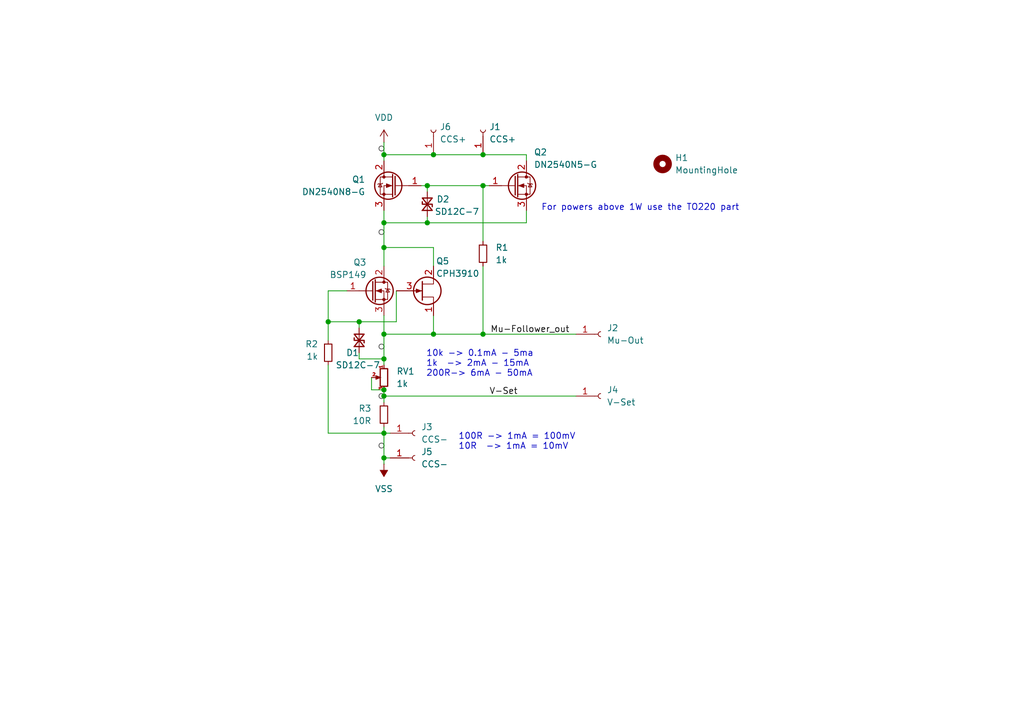
<source format=kicad_sch>
(kicad_sch (version 20250114) (generator "eeschema") (generator_version "9.0")
  (paper "A5")
  (title_block (title "High Voltage CCS") (date "2025-02-27") (rev "2.0") (company "C-Audio") (comment 1 "Enhancements in Layout, ease of use and practicability"))
  (lib_symbols
    (symbol "Connector:Conn_01x01_Socket" (pin_names (offset 1.016) (hide yes))
      (property "Reference" "J" (at 0 2.54 0))
      (property "Value" "Conn_01x01_Socket" (at 0 -2.54 0))
      (symbol "Conn_01x01_Socket_1_1"
        (polyline (pts (xy -1.27 0) (xy -0.508 0)) (stroke (width 0.1524)))
        (arc (start 0 -0.508) (mid -0.5058 0) (end 0 0.508) (stroke (width 0.1524)))
        (pin passive line (at -5.08 0 0) (length 3.81) (name "Pin_1") (number "1"))
      )
    )
    (symbol "Device:D_TVS_Small" (pin_numbers (hide yes)) (pin_names (offset 1.016) (hide yes))
      (property "Reference" "D" (at 0 2.54 0))
      (property "Value" "D_TVS_Small" (at 0 -2.54 0))
      (symbol "D_TVS_Small_0_1"
        (polyline (pts (xy -1.27 1.016) (xy -1.27 -1.016) (xy 1.27 1.016) (xy 1.27 -1.016) (xy -1.27 1.016)) (stroke (width 0.254)))
        (polyline (pts (xy -1.27 0) (xy 1.27 0)))
        (polyline (pts (xy 0.508 1.016) (xy 0 1.016) (xy 0 -1.016) (xy -0.508 -1.016)) (stroke (width 0.254)))
      )
      (symbol "D_TVS_Small_1_1"
        (pin passive line (at -2.54 0 0) (length 1.27) (name "A1") (number "1"))
        (pin passive line (at 2.54 0 180) (length 1.27) (name "A2") (number "2"))
      )
    )
    (symbol "Device:Q_NJFET_SDG" (pin_names (offset 0) (hide yes))
      (property "Reference" "Q" (at 5.08 1.27 0))
      (property "Value" "Q_NJFET_SDG" (at 5.08 -1.27 0))
      (symbol "Q_NJFET_SDG_0_1"
        (polyline (pts (xy 0 0) (xy -1.016 0.381) (xy -1.016 -0.381) (xy 0 0)) (fill (type outline)))
        (polyline (pts (xy 0.254 1.905) (xy 0.254 -1.905) (xy 0.254 -1.905)) (stroke (width 0.254)))
        (circle (center 1.27 0) (radius 2.8194) (stroke (width 0.254)))
        (polyline (pts (xy 2.54 2.54) (xy 2.54 1.397) (xy 0.254 1.397)))
        (polyline (pts (xy 2.54 -2.54) (xy 2.54 -1.27) (xy 0.254 -1.27)))
      )
      (symbol "Q_NJFET_SDG_1_1"
        (pin input line (at -5.08 0 0) (length 5.334) (name "G") (number "3"))
        (pin passive line (at 2.54 5.08 270) (length 2.54) (name "D") (number "2"))
        (pin passive line (at 2.54 -5.08 90) (length 2.54) (name "S") (number "1"))
      )
    )
    (symbol "Device:R_Potentiometer_Small" (pin_names (offset 1.016) (hide yes))
      (property "Reference" "RV" (at -4.445 0 90))
      (property "Value" "R_Potentiometer_Small" (at -2.54 0 90))
      (symbol "R_Potentiometer_Small_0_1"
        (rectangle (start 0.762 1.8034) (end -0.762 -1.8034) (stroke (width 0.254)))
        (polyline (pts (xy 0.889 0) (xy 0.635 0) (xy 1.651 0.381) (xy 1.651 -0.381) (xy 0.635 0) (xy 0.889 0)) (fill (type outline)))
      )
      (symbol "R_Potentiometer_Small_1_1"
        (pin passive line (at 0 2.54 270) (length 0.635) (name "1") (number "1"))
        (pin passive line (at 0 -2.54 90) (length 0.635) (name "3") (number "3"))
        (pin passive line (at 2.54 0 180) (length 0.9906) (name "2") (number "2"))
      )
    )
    (symbol "Device:R_Small" (pin_numbers (hide yes)) (pin_names (offset 0.254) (hide yes))
      (property "Reference" "R" (at 0.762 0.508 0))
      (property "Value" "R_Small" (at 0.762 -1.016 0))
      (symbol "R_Small_0_1"
        (rectangle (start -0.762 1.778) (end 0.762 -1.778) (stroke (width 0.2032)))
      )
      (symbol "R_Small_1_1"
        (pin passive line (at 0 2.54 270) (length 0.762) (name "~") (number "1"))
        (pin passive line (at 0 -2.54 90) (length 0.762) (name "~") (number "2"))
      )
    )
    (symbol "Mechanical:MountingHole" (pin_names (offset 1.016)) (exclude_from_sim yes) (in_bom no)
      (property "Reference" "H" (at 0 5.08 0))
      (property "Value" "MountingHole" (at 0 3.175 0))
      (symbol "MountingHole_0_1"
        (circle (center 0 0) (radius 1.27) (stroke (width 1.27)))
      )
    )
    (symbol "Transistor_FET_Other:DN2540N5-G" (pin_names (offset 0) (hide yes))
      (property "Reference" "Q" (at 5.08 1.905 0))
      (property "Value" "DN2540N5-G" (at 5.08 0 0))
      (symbol "DN2540N5-G_0_1"
        (polyline (pts (xy 0.254 1.905) (xy 0.254 -1.905)) (stroke (width 0.254)))
        (polyline (pts (xy 0.254 0) (xy -2.54 0)))
        (polyline (pts (xy 0.762 2.286) (xy 0.762 -2.286)) (stroke (width 0.254)))
        (polyline (pts (xy 0.762 -1.778) (xy 3.302 -1.778) (xy 3.302 1.778) (xy 0.762 1.778)))
        (polyline (pts (xy 1.016 0) (xy 2.032 0.381) (xy 2.032 -0.381) (xy 1.016 0)) (fill (type outline)))
        (circle (center 1.651 0) (radius 2.794) (stroke (width 0.254)))
        (polyline (pts (xy 2.54 2.54) (xy 2.54 1.778)))
        (circle (center 2.54 1.778) (radius 0.254) (fill (type outline)))
        (circle (center 2.54 -1.778) (radius 0.254) (fill (type outline)))
        (polyline (pts (xy 2.54 -2.54) (xy 2.54 0) (xy 0.762 0)))
        (polyline (pts (xy 2.794 0.508) (xy 2.921 0.381) (xy 3.683 0.381) (xy 3.81 0.254)))
        (polyline (pts (xy 3.302 0.381) (xy 2.921 -0.254) (xy 3.683 -0.254) (xy 3.302 0.381)))
      )
      (symbol "DN2540N5-G_1_1"
        (pin input line (at -5.08 0 0) (length 2.54) (name "G") (number "1"))
        (pin passive line (at 2.54 5.08 270) (length 2.54) (name "D") (number "2"))
        (pin passive line (at 2.54 -5.08 90) (length 2.54) (name "S") (number "3"))
      )
    )
    (symbol "Transistor_FET_Other:DN2540N8-G" (pin_names (offset 0) (hide yes))
      (property "Reference" "Q" (at 5.08 1.905 0))
      (property "Value" "DN2540N8-G" (at 5.08 0 0))
      (symbol "DN2540N8-G_0_1"
        (polyline (pts (xy 0.254 1.905) (xy 0.254 -1.905)) (stroke (width 0.254)))
        (polyline (pts (xy 0.254 0) (xy -2.54 0)))
        (polyline (pts (xy 0.762 2.286) (xy 0.762 -2.286)) (stroke (width 0.254)))
        (polyline (pts (xy 0.762 -1.778) (xy 3.302 -1.778) (xy 3.302 1.778) (xy 0.762 1.778)))
        (polyline (pts (xy 1.016 0) (xy 2.032 0.381) (xy 2.032 -0.381) (xy 1.016 0)) (fill (type outline)))
        (circle (center 1.651 0) (radius 2.794) (stroke (width 0.254)))
        (polyline (pts (xy 2.54 2.54) (xy 2.54 1.778)))
        (circle (center 2.54 1.778) (radius 0.254) (fill (type outline)))
        (circle (center 2.54 -1.778) (radius 0.254) (fill (type outline)))
        (polyline (pts (xy 2.54 -2.54) (xy 2.54 0) (xy 0.762 0)))
        (polyline (pts (xy 2.794 0.508) (xy 2.921 0.381) (xy 3.683 0.381) (xy 3.81 0.254)))
        (polyline (pts (xy 3.302 0.381) (xy 2.921 -0.254) (xy 3.683 -0.254) (xy 3.302 0.381)))
      )
      (symbol "DN2540N8-G_1_1"
        (pin input line (at -5.08 0 0) (length 2.54) (name "G") (number "1"))
        (pin passive line (at 2.54 5.08 270) (length 2.54) (name "D") (number "2"))
        (pin passive line (at 2.54 -5.08 90) (length 2.54) (name "S") (number "3"))
      )
    )
    (symbol "power:VDD" (power) (pin_numbers (hide yes)) (pin_names (offset 0) (hide yes))
      (property "Value" "VDD" (at 0 3.556 0))
      (symbol "VDD_0_1"
        (polyline (pts (xy -0.762 1.27) (xy 0 2.54)))
        (polyline (pts (xy 0 2.54) (xy 0.762 1.27)))
        (polyline (pts (xy 0 0) (xy 0 2.54)))
      )
      (symbol "VDD_1_1"
        (pin power_in line (at 0 0 90) (length 0) (name "~") (number "1"))
      )
    )
    (symbol "power:VSS" (power) (pin_numbers (hide yes)) (pin_names (offset 0) (hide yes))
      (property "Value" "VSS" (at 0 3.556 0))
      (symbol "VSS_0_1"
        (polyline (pts (xy 0 0) (xy 0 2.54)))
        (polyline (pts (xy 0.762 1.27) (xy -0.762 1.27) (xy 0 2.54) (xy 0.762 1.27)) (fill (type outline)))
      )
      (symbol "VSS_1_1"
        (pin power_in line (at 0 0 90) (length 0) (name "~") (number "1"))
      )
    )
  )
  (text "10k -> 0.1mA - 5ma\n1k  -> 2mA - 15mA\n200R-> 6mA - 50mA" (at 87.376 74.676 0) (effects (font (size 1.27 1.27)) (justify left)))
  (text "For powers above 1W use the TO220 part" (at 131.318 42.672 0) (effects (font (size 1.27 1.27))))
  (text "100R -> 1mA = 100mV\n10R  -> 1mA = 10mV" (at 93.98 90.678 0) (effects (font (size 1.27 1.27)) (justify left)))
  (junction (at 78.74 93.98))
  (junction (at 78.74 68.58))
  (junction (at 99.06 68.58))
  (junction (at 88.9 31.75))
  (junction (at 78.74 31.75))
  (junction (at 78.74 81.28))
  (junction (at 78.74 80.01))
  (junction (at 78.74 50.8))
  (junction (at 73.66 66.04))
  (junction (at 78.74 45.72))
  (junction (at 87.63 45.72))
  (junction (at 78.74 88.9))
  (junction (at 87.63 38.1))
  (junction (at 99.06 38.1))
  (junction (at 67.31 66.04))
  (junction (at 99.06 31.75))
  (junction (at 88.9 68.58))
  (junction (at 78.74 73.66))
  (wire (pts (xy 88.9 31.75) (xy 99.06 31.75)))
  (wire (pts (xy 78.74 50.8) (xy 78.74 54.61)))
  (wire (pts (xy 78.74 31.75) (xy 88.9 31.75)))
  (wire (pts (xy 87.63 45.72) (xy 107.95 45.72)))
  (wire (pts (xy 99.06 54.61) (xy 99.06 68.58)))
  (wire (pts (xy 78.74 45.72) (xy 78.74 43.18)))
  (wire (pts (xy 78.74 31.75) (xy 78.74 33.02)))
  (wire (pts (xy 80.01 93.98) (xy 78.74 93.98)))
  (wire (pts (xy 78.74 93.98) (xy 78.74 88.9)))
  (wire (pts (xy 99.06 38.1) (xy 99.06 49.53)))
  (wire (pts (xy 78.74 68.58) (xy 78.74 73.66)))
  (wire (pts (xy 67.31 66.04) (xy 73.66 66.04)))
  (wire (pts (xy 71.12 59.69) (xy 67.31 59.69)))
  (wire (pts (xy 78.74 45.72) (xy 87.63 45.72)))
  (wire (pts (xy 80.01 88.9) (xy 78.74 88.9)))
  (wire (pts (xy 78.74 87.63) (xy 78.74 88.9)))
  (wire (pts (xy 76.2 80.01) (xy 78.74 80.01)))
  (wire (pts (xy 87.63 38.1) (xy 99.06 38.1)))
  (wire (pts (xy 73.66 73.66) (xy 73.66 72.39)))
  (wire (pts (xy 78.74 95.25) (xy 78.74 93.98)))
  (wire (pts (xy 78.74 81.28) (xy 78.74 82.55)))
  (wire (pts (xy 73.66 73.66) (xy 78.74 73.66)))
  (wire (pts (xy 87.63 44.45) (xy 87.63 45.72)))
  (wire (pts (xy 78.74 68.58) (xy 88.9 68.58)))
  (wire (pts (xy 88.9 50.8) (xy 88.9 54.61)))
  (wire (pts (xy 81.28 59.69) (xy 81.28 66.04)))
  (wire (pts (xy 67.31 66.04) (xy 67.31 69.85)))
  (wire (pts (xy 78.74 88.9) (xy 67.31 88.9)))
  (wire (pts (xy 99.06 68.58) (xy 118.11 68.58)))
  (wire (pts (xy 88.9 68.58) (xy 99.06 68.58)))
  (wire (pts (xy 73.66 67.31) (xy 73.66 66.04)))
  (wire (pts (xy 78.74 45.72) (xy 78.74 50.8)))
  (wire (pts (xy 78.74 73.66) (xy 78.74 74.93)))
  (wire (pts (xy 87.63 39.37) (xy 87.63 38.1)))
  (wire (pts (xy 78.74 64.77) (xy 78.74 68.58)))
  (wire (pts (xy 78.74 29.21) (xy 78.74 31.75)))
  (wire (pts (xy 67.31 74.93) (xy 67.31 88.9)))
  (wire (pts (xy 88.9 64.77) (xy 88.9 68.58)))
  (wire (pts (xy 86.36 38.1) (xy 87.63 38.1)))
  (wire (pts (xy 78.74 80.01) (xy 78.74 81.28)))
  (wire (pts (xy 76.2 77.47) (xy 76.2 80.01)))
  (wire (pts (xy 99.06 38.1) (xy 100.33 38.1)))
  (wire (pts (xy 78.74 81.28) (xy 118.11 81.28)))
  (wire (pts (xy 107.95 45.72) (xy 107.95 43.18)))
  (wire (pts (xy 78.74 50.8) (xy 88.9 50.8)))
  (wire (pts (xy 67.31 59.69) (xy 67.31 66.04)))
  (wire (pts (xy 81.28 66.04) (xy 73.66 66.04)))
  (wire (pts (xy 107.95 33.02) (xy 107.95 31.75)))
  (wire (pts (xy 99.06 31.75) (xy 107.95 31.75)))
  (label "Mu-Follower_out" (at 116.84 68.58 180))
  (label "V-Set" (at 100.33 81.28 0))
  (netclass_flag "" (length 0.508) (shape round) (at 78.74 91.44 90) (property "Netclass" "PWR-Path" (effects (hide yes))))
  (netclass_flag "" (length 0.508) (shape round) (at 78.74 47.625 90) (property "Netclass" "PWR-Path" (effects (hide yes))))
  (netclass_flag "" (length 0.508) (shape round) (at 78.74 71.12 90) (property "Netclass" "PWR-Path" (effects (hide yes))))
  (netclass_flag "" (length 0.508) (shape round) (at 78.74 81.28 90) (property "Netclass" "PWR-Path" (effects (hide yes))))
  (netclass_flag "" (length 0.508) (shape round) (at 78.74 30.48 90) (property "Netclass" "PWR-Path" (effects (hide yes))))
  (symbol (lib_id "Connector:Conn_01x01_Socket") (at 85.09 88.9 0) (unit 1)
    (property "Reference" "J3" (at 86.36 87.6299 0) (effects (justify left)))
    (property "Value" "CCS-" (at 86.36 90.1699 0) (effects (justify left)))
    (property "Footprint" "Connector_Pin:Pin_D1.3mm_L11.0mm" (effects (hide yes)))
    (property "Description" "Generic connector, single row, 01x01, script generated" (effects (hide yes)))
  )
  (symbol (lib_id "Device:D_TVS_Small") (at 87.63 41.91 90) (unit 1)
    (property "Reference" "D2" (at 92.202 40.894 90) (effects (justify left)))
    (property "Value" "SD12C-7" (at 98.298 43.434 90) (effects (justify left)))
    (property "Footprint" "Diode_SMD:D_SOD-323_HandSoldering" (effects (hide yes)))
    (property "Datasheet" "https://www.mouser.de/datasheet/2/115/DIOD_S_A0009691744_1-2543273.pdf" (effects (hide yes)))
    (property "Description" "Bidirectional transient-voltage-suppression diode, small symbol" (effects (hide yes)))
    (property "Mouser URL" "https://www.mouser.de/ProductDetail/621-SD12C-7" (effects (hide yes)))
    (property "Mouser Nr." " 621-SD12C-7 " (effects (hide yes)))
  )
  (symbol (lib_id "Transistor_FET_Other:DN2540N8-G") (at 76.2 59.69 0) (unit 1)
    (property "Reference" "Q3" (at 75.184 53.848 0) (effects (justify right)))
    (property "Value" "BSP149" (at 75.184 56.388 0) (effects (justify right)))
    (property "Footprint" "Package_TO_SOT_SMD:SOT-89-3" (effects (hide yes)))
    (property "Datasheet" "https://www.mouser.de/datasheet/2/196/Infineon_BSP149_DS_v02_01_en-1226393.pdf" (effects (hide yes)))
    (property "Description" "MOSFETs N-Ch 200V 660mA SOT-223-3" (effects (hide yes)))
    (property "Mouser-Nr." "DN2540N8-G " (effects (hide yes)))
    (property "Mouser URL" "https://www.mouser.de/ProductDetail/Infineon-Technologies/BSP149H6327XTSA1?qs=LqwxS8kK3At81Far7yrPeQ%3D%3D" (effects (hide yes)))
    (property "Mouser Nr." " 726-BSP149H6327XTSA1 " (effects (hide yes)))
  )
  (symbol (lib_id "Connector:Conn_01x01_Socket") (at 123.19 81.28 0) (unit 1)
    (property "Reference" "J4" (at 124.46 80.0099 0) (effects (justify left)))
    (property "Value" "V-Set" (at 124.46 82.5499 0) (effects (justify left)))
    (property "Footprint" "Connector_Pin:Pin_D1.3mm_L11.0mm" (effects (hide yes)))
    (property "Description" "Generic connector, single row, 01x01, script generated" (effects (hide yes)))
  )
  (symbol (lib_id "power:VSS") (at 78.74 95.25 180) (unit 1)
    (property "Reference" "#PWR03" (effects (hide yes)))
    (property "Value" "VSS" (at 78.74 100.33 0))
    (property "Description" "Power symbol creates a global label with name \"VSS\"" (effects (hide yes)))
  )
  (symbol (lib_id "Device:R_Small") (at 67.31 72.39 0) (mirror y) (unit 1)
    (property "Reference" "R2" (at 65.278 70.612 0) (effects (justify left)))
    (property "Value" "1k" (at 65.278 73.152 0) (effects (justify left)))
    (property "Footprint" "Resistor_SMD:R_0805_2012Metric_Pad1.20x1.40mm_HandSolder" (effects (hide yes)))
    (property "Description" "Resistor, small symbol" (effects (hide yes)))
    (property "Mouser-Nr." "603-RE0805FRE07330RL" (effects (hide yes)))
  )
  (symbol (lib_id "Mechanical:MountingHole") (at 135.89 33.655 0) (unit 1) (exclude_from_sim yes) (in_bom no)
    (property "Reference" "H1" (at 138.43 32.3849 0) (effects (justify left)))
    (property "Value" "MountingHole" (at 138.43 34.9249 0) (effects (justify left)))
    (property "Footprint" "MountingHole:MountingHole_3.5mm" (effects (hide yes)))
    (property "Description" "Mounting Hole without connection" (effects (hide yes)))
  )
  (symbol (lib_id "Connector:Conn_01x01_Socket") (at 99.06 26.67 90) (unit 1)
    (property "Reference" "J1" (at 100.33 26.0349 90) (effects (justify right)))
    (property "Value" "CCS+" (at 100.33 28.5749 90) (effects (justify right)))
    (property "Footprint" "Connector_Pin:Pin_D1.3mm_L11.0mm" (effects (hide yes)))
    (property "Description" "Generic connector, single row, 01x01, script generated" (effects (hide yes)))
  )
  (symbol (lib_id "Transistor_FET_Other:DN2540N8-G") (at 81.28 38.1 0) (mirror y) (unit 1)
    (property "Reference" "Q1" (at 74.93 36.8299 0) (effects (justify left)))
    (property "Value" "DN2540N8-G" (at 74.93 39.3699 0) (effects (justify left)))
    (property "Footprint" "Package_TO_SOT_SMD:SOT-89-3" (effects (hide yes)))
    (property "Datasheet" "https://ww1.microchip.com/downloads/en/DeviceDoc/DN2540%20B060313.pdf" (effects (hide yes)))
    (property "Description" "150mA Ids, 400 Vds, Depletion-mode N-channel MOSFET, SOT-89" (effects (hide yes)))
    (property "Mouser-Nr." "DN2540N8-G " (effects (hide yes)))
  )
  (symbol (lib_id "Connector:Conn_01x01_Socket") (at 85.09 93.98 0) (unit 1)
    (property "Reference" "J5" (at 86.36 92.7099 0) (effects (justify left)))
    (property "Value" "CCS-" (at 86.36 95.2499 0) (effects (justify left)))
    (property "Footprint" "Connector_Pin:Pin_D1.3mm_L11.0mm" (effects (hide yes)))
    (property "Description" "Generic connector, single row, 01x01, script generated" (effects (hide yes)))
  )
  (symbol (lib_id "Device:D_TVS_Small") (at 73.66 69.85 90) (unit 1)
    (property "Reference" "D1" (at 73.66 72.39 90) (effects (justify left)))
    (property "Value" "SD12C-7" (at 77.978 74.93 90) (effects (justify left)))
    (property "Footprint" "Diode_SMD:D_SOD-323_HandSoldering" (effects (hide yes)))
    (property "Datasheet" "https://www.mouser.de/datasheet/2/115/DIOD_S_A0009691744_1-2543273.pdf" (effects (hide yes)))
    (property "Description" "Bidirectional transient-voltage-suppression diode, small symbol" (effects (hide yes)))
    (property "Mouser URL" "https://www.mouser.de/ProductDetail/621-SD12C-7" (effects (hide yes)))
    (property "Mouser Nr." " 621-SD12C-7 " (effects (hide yes)))
  )
  (symbol (lib_id "Device:R_Small") (at 99.06 52.07 0) (unit 1)
    (property "Reference" "R1" (at 101.6 50.7999 0) (effects (justify left)))
    (property "Value" "1k" (at 101.6 53.3399 0) (effects (justify left)))
    (property "Footprint" "Resistor_SMD:R_0805_2012Metric_Pad1.20x1.40mm_HandSolder" (effects (hide yes)))
    (property "Description" "Resistor, small symbol" (effects (hide yes)))
    (property "Mouser-Nr." "603-RE0805FRE07330RL" (effects (hide yes)))
  )
  (symbol (lib_id "Connector:Conn_01x01_Socket") (at 88.9 26.67 90) (unit 1)
    (property "Reference" "J6" (at 90.17 26.0349 90) (effects (justify right)))
    (property "Value" "CCS+" (at 90.17 28.5749 90) (effects (justify right)))
    (property "Footprint" "Connector_Pin:Pin_D1.3mm_L11.0mm" (effects (hide yes)))
    (property "Description" "Generic connector, single row, 01x01, script generated" (effects (hide yes)))
  )
  (symbol (lib_id "Transistor_FET_Other:DN2540N5-G") (at 105.41 38.1 0) (unit 1)
    (property "Reference" "Q2" (at 109.474 31.242 0) (effects (justify left)))
    (property "Value" "DN2540N5-G" (at 109.474 33.782 0) (effects (justify left)))
    (property "Footprint" "Package_TO_SOT_THT:TO-220-3_Vertical" (effects (hide yes)))
    (property "Datasheet" "https://ww1.microchip.com/downloads/en/DeviceDoc/DN2540%20B060313.pdf" (effects (hide yes)))
    (property "Description" "150mA Ids, 400 Vds, Depletion-mode N-channel MOSFET, TO-220" (effects (hide yes)))
    (property "Mouser-Nr." "689-DN2540N5-G" (effects (hide yes)))
  )
  (symbol (lib_id "Device:R_Small") (at 78.74 85.09 0) (mirror y) (unit 1)
    (property "Reference" "R3" (at 76.2 83.8199 0) (effects (justify left)))
    (property "Value" "10R" (at 76.2 86.3599 0) (effects (justify left)))
    (property "Footprint" "Resistor_SMD:R_0805_2012Metric_Pad1.20x1.40mm_HandSolder" (effects (hide yes)))
    (property "Description" "Resistor, small symbol" (effects (hide yes)))
    (property "Mouser-Nr." "71-CRCW080510R0FKEAC" (effects (hide yes)))
  )
  (symbol (lib_id "power:VDD") (at 78.74 29.21 0) (unit 1)
    (property "Reference" "#PWR01" (effects (hide yes)))
    (property "Value" "VDD" (at 78.74 24.13 0))
    (property "Description" "Power symbol creates a global label with name \"VDD\"" (effects (hide yes)))
  )
  (symbol (lib_id "Device:R_Potentiometer_Small") (at 78.74 77.47 0) (mirror y) (unit 1)
    (property "Reference" "RV1" (at 81.28 76.1999 0) (effects (justify right)))
    (property "Value" "1k" (at 81.28 78.7399 0) (effects (justify right)))
    (property "Footprint" "Potentiometer_THT:Potentiometer_Bourns_3296W_Vertical" (effects (hide yes)))
    (property "Description" "Potentiometer" (effects (hide yes)))
    (property "Mouser-Nr." "81-PV36Y501C01B00" (effects (hide yes)))
  )
  (symbol (lib_id "Device:Q_NJFET_SDG") (at 86.36 59.69 0) (unit 1)
    (property "Reference" "Q5" (at 89.408 53.594 0) (effects (justify left)))
    (property "Value" "CPH3910" (at 89.408 56.134 0) (effects (justify left)))
    (property "Footprint" "Package_TO_SOT_SMD:SOT-23_Handsoldering" (effects (hide yes)))
    (property "Datasheet" "https://www.onsemi.com/PowerSolutions/product.do?id=CPH3910-TL-E" (effects (hide yes)))
    (property "Description" "N-JFET transistor, source/drain/gate" (effects (hide yes)))
    (property "Mouser URL" "https://www.mouser.de/ProductDetail/onsemi/CPH3910-TL-E?qs=8%252BXDBfnGdByfAwiOp4BYtw%3D%3D" (effects (hide yes)))
    (property "Mouser Nr." " 863-CPH3910-TL-E " (effects (hide yes)))
  )
  (symbol (lib_id "Connector:Conn_01x01_Socket") (at 123.19 68.58 0) (unit 1)
    (property "Reference" "J2" (at 124.46 67.3099 0) (effects (justify left)))
    (property "Value" "Mu-Out" (at 124.46 69.8499 0) (effects (justify left)))
    (property "Footprint" "Connector_Pin:Pin_D1.3mm_L11.0mm" (effects (hide yes)))
    (property "Description" "Generic connector, single row, 01x01, script generated" (effects (hide yes)))
  )
)
</source>
